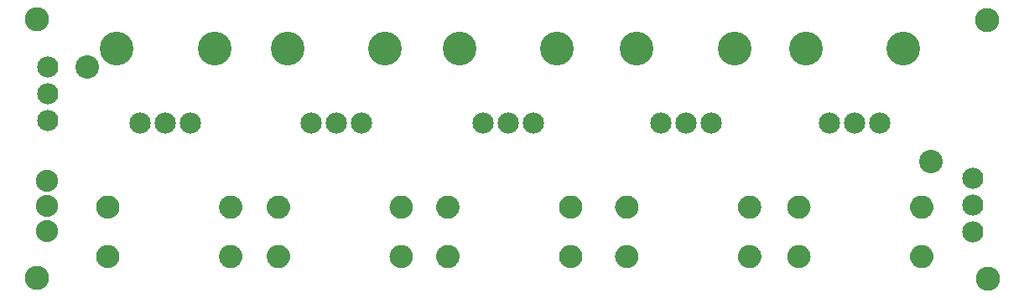
<source format=gts>
G04 MADE WITH FRITZING*
G04 WWW.FRITZING.ORG*
G04 DOUBLE SIDED*
G04 HOLES PLATED*
G04 CONTOUR ON CENTER OF CONTOUR VECTOR*
%ASAXBY*%
%FSLAX23Y23*%
%MOIN*%
%OFA0B0*%
%SFA1.0B1.0*%
%ADD10C,0.084000*%
%ADD11C,0.096614*%
%ADD12C,0.084667*%
%ADD13C,0.084695*%
%ADD14C,0.134033*%
%ADD15C,0.093307*%
%ADD16C,0.088000*%
%ADD17R,0.001000X0.001000*%
%LNMASK1*%
G90*
G70*
G54D10*
X123Y916D03*
X123Y809D03*
X123Y702D03*
X123Y916D03*
X123Y809D03*
X123Y702D03*
X3798Y259D03*
X3798Y366D03*
X3798Y473D03*
X3798Y259D03*
X3798Y366D03*
X3798Y473D03*
G54D11*
X78Y75D03*
X3856Y1104D03*
X80Y1106D03*
X3858Y73D03*
G54D12*
X3230Y694D03*
X3330Y694D03*
G54D13*
X3430Y694D03*
G54D14*
X3136Y989D03*
X3524Y989D03*
G54D12*
X2558Y694D03*
X2658Y694D03*
G54D13*
X2758Y694D03*
G54D14*
X2464Y989D03*
X2852Y989D03*
G54D12*
X1852Y694D03*
X1952Y694D03*
G54D13*
X2052Y694D03*
G54D14*
X1758Y989D03*
X2146Y989D03*
G54D12*
X1169Y694D03*
X1269Y694D03*
G54D13*
X1369Y694D03*
G54D14*
X1075Y989D03*
X1463Y989D03*
G54D12*
X491Y694D03*
X591Y694D03*
G54D13*
X691Y694D03*
G54D14*
X397Y989D03*
X785Y989D03*
G54D15*
X3633Y541D03*
X279Y917D03*
G54D16*
X118Y463D03*
X118Y363D03*
X118Y263D03*
G54D17*
X355Y404D02*
X367Y404D01*
X843Y404D02*
X855Y404D01*
X1033Y404D02*
X1045Y404D01*
X1521Y404D02*
X1533Y404D01*
X1707Y404D02*
X1719Y404D01*
X2195Y404D02*
X2207Y404D01*
X2418Y404D02*
X2430Y404D01*
X2906Y404D02*
X2918Y404D01*
X3102Y404D02*
X3114Y404D01*
X3590Y404D02*
X3602Y404D01*
X350Y403D02*
X372Y403D01*
X838Y403D02*
X860Y403D01*
X1028Y403D02*
X1050Y403D01*
X1516Y403D02*
X1538Y403D01*
X1702Y403D02*
X1724Y403D01*
X2190Y403D02*
X2212Y403D01*
X2413Y403D02*
X2435Y403D01*
X2901Y403D02*
X2923Y403D01*
X3097Y403D02*
X3119Y403D01*
X3585Y403D02*
X3607Y403D01*
X346Y402D02*
X376Y402D01*
X835Y402D02*
X864Y402D01*
X1024Y402D02*
X1054Y402D01*
X1513Y402D02*
X1542Y402D01*
X1698Y402D02*
X1727Y402D01*
X2186Y402D02*
X2216Y402D01*
X2409Y402D02*
X2439Y402D01*
X2898Y402D02*
X2927Y402D01*
X3093Y402D02*
X3122Y402D01*
X3581Y402D02*
X3611Y402D01*
X344Y401D02*
X378Y401D01*
X832Y401D02*
X867Y401D01*
X1022Y401D02*
X1056Y401D01*
X1510Y401D02*
X1545Y401D01*
X1695Y401D02*
X1730Y401D01*
X2184Y401D02*
X2218Y401D01*
X2407Y401D02*
X2441Y401D01*
X2895Y401D02*
X2930Y401D01*
X3090Y401D02*
X3125Y401D01*
X3579Y401D02*
X3613Y401D01*
X342Y400D02*
X381Y400D01*
X830Y400D02*
X869Y400D01*
X1020Y400D02*
X1059Y400D01*
X1508Y400D02*
X1547Y400D01*
X1693Y400D02*
X1732Y400D01*
X2181Y400D02*
X2220Y400D01*
X2405Y400D02*
X2444Y400D01*
X2893Y400D02*
X2932Y400D01*
X3088Y400D02*
X3127Y400D01*
X3577Y400D02*
X3615Y400D01*
X340Y399D02*
X383Y399D01*
X828Y399D02*
X871Y399D01*
X1018Y399D02*
X1061Y399D01*
X1506Y399D02*
X1549Y399D01*
X1691Y399D02*
X1734Y399D01*
X2179Y399D02*
X2222Y399D01*
X2403Y399D02*
X2446Y399D01*
X2891Y399D02*
X2934Y399D01*
X3086Y399D02*
X3129Y399D01*
X3575Y399D02*
X3617Y399D01*
X338Y398D02*
X384Y398D01*
X826Y398D02*
X872Y398D01*
X1016Y398D02*
X1062Y398D01*
X1504Y398D02*
X1550Y398D01*
X1690Y398D02*
X1736Y398D01*
X2178Y398D02*
X2224Y398D01*
X2401Y398D02*
X2447Y398D01*
X2889Y398D02*
X2935Y398D01*
X3085Y398D02*
X3131Y398D01*
X3573Y398D02*
X3619Y398D01*
X336Y397D02*
X386Y397D01*
X825Y397D02*
X874Y397D01*
X1014Y397D02*
X1064Y397D01*
X1503Y397D02*
X1552Y397D01*
X1688Y397D02*
X1738Y397D01*
X2176Y397D02*
X2226Y397D01*
X2399Y397D02*
X2449Y397D01*
X2888Y397D02*
X2937Y397D01*
X3083Y397D02*
X3133Y397D01*
X3571Y397D02*
X3621Y397D01*
X335Y396D02*
X387Y396D01*
X823Y396D02*
X875Y396D01*
X1013Y396D02*
X1065Y396D01*
X1501Y396D02*
X1553Y396D01*
X1687Y396D02*
X1739Y396D01*
X2175Y396D02*
X2227Y396D01*
X2398Y396D02*
X2450Y396D01*
X2886Y396D02*
X2938Y396D01*
X3082Y396D02*
X3134Y396D01*
X3570Y396D02*
X3622Y396D01*
X334Y395D02*
X389Y395D01*
X822Y395D02*
X877Y395D01*
X1012Y395D02*
X1067Y395D01*
X1500Y395D02*
X1555Y395D01*
X1685Y395D02*
X1740Y395D01*
X2173Y395D02*
X2229Y395D01*
X2396Y395D02*
X2452Y395D01*
X2885Y395D02*
X2940Y395D01*
X3080Y395D02*
X3135Y395D01*
X3568Y395D02*
X3624Y395D01*
X332Y394D02*
X390Y394D01*
X820Y394D02*
X878Y394D01*
X1010Y394D02*
X1068Y394D01*
X1498Y394D02*
X1556Y394D01*
X1684Y394D02*
X1742Y394D01*
X2172Y394D02*
X2230Y394D01*
X2395Y394D02*
X2453Y394D01*
X2883Y394D02*
X2941Y394D01*
X3079Y394D02*
X3137Y394D01*
X3567Y394D02*
X3625Y394D01*
X331Y393D02*
X391Y393D01*
X819Y393D02*
X879Y393D01*
X1009Y393D02*
X1069Y393D01*
X1497Y393D02*
X1557Y393D01*
X1683Y393D02*
X1743Y393D01*
X2171Y393D02*
X2231Y393D01*
X2394Y393D02*
X2454Y393D01*
X2882Y393D02*
X2942Y393D01*
X3078Y393D02*
X3138Y393D01*
X3566Y393D02*
X3626Y393D01*
X330Y392D02*
X392Y392D01*
X818Y392D02*
X880Y392D01*
X1008Y392D02*
X1070Y392D01*
X1496Y392D02*
X1558Y392D01*
X1682Y392D02*
X1744Y392D01*
X2170Y392D02*
X2232Y392D01*
X2393Y392D02*
X2455Y392D01*
X2881Y392D02*
X2943Y392D01*
X3077Y392D02*
X3139Y392D01*
X3565Y392D02*
X3627Y392D01*
X329Y391D02*
X393Y391D01*
X817Y391D02*
X882Y391D01*
X1007Y391D02*
X1071Y391D01*
X1495Y391D02*
X1560Y391D01*
X1680Y391D02*
X1745Y391D01*
X2169Y391D02*
X2233Y391D01*
X2392Y391D02*
X2456Y391D01*
X2880Y391D02*
X2945Y391D01*
X3076Y391D02*
X3140Y391D01*
X3564Y391D02*
X3628Y391D01*
X328Y390D02*
X394Y390D01*
X816Y390D02*
X882Y390D01*
X1006Y390D02*
X1072Y390D01*
X1494Y390D02*
X1560Y390D01*
X1680Y390D02*
X1746Y390D01*
X2168Y390D02*
X2234Y390D01*
X2391Y390D02*
X2457Y390D01*
X2879Y390D02*
X2945Y390D01*
X3075Y390D02*
X3141Y390D01*
X3563Y390D02*
X3629Y390D01*
X327Y389D02*
X395Y389D01*
X815Y389D02*
X883Y389D01*
X1005Y389D02*
X1073Y389D01*
X1493Y389D02*
X1561Y389D01*
X1679Y389D02*
X1747Y389D01*
X2167Y389D02*
X2235Y389D01*
X2390Y389D02*
X2458Y389D01*
X2878Y389D02*
X2946Y389D01*
X3074Y389D02*
X3142Y389D01*
X3562Y389D02*
X3630Y389D01*
X326Y388D02*
X396Y388D01*
X814Y388D02*
X884Y388D01*
X1004Y388D02*
X1074Y388D01*
X1492Y388D02*
X1562Y388D01*
X1678Y388D02*
X1748Y388D01*
X2166Y388D02*
X2236Y388D01*
X2389Y388D02*
X2459Y388D01*
X2877Y388D02*
X2947Y388D01*
X3073Y388D02*
X3143Y388D01*
X3561Y388D02*
X3631Y388D01*
X325Y387D02*
X397Y387D01*
X814Y387D02*
X885Y387D01*
X1003Y387D02*
X1075Y387D01*
X1492Y387D02*
X1563Y387D01*
X1677Y387D02*
X1749Y387D01*
X2165Y387D02*
X2237Y387D01*
X2388Y387D02*
X2460Y387D01*
X2877Y387D02*
X2948Y387D01*
X3072Y387D02*
X3144Y387D01*
X3560Y387D02*
X3632Y387D01*
X325Y386D02*
X398Y386D01*
X813Y386D02*
X886Y386D01*
X1003Y386D02*
X1076Y386D01*
X1491Y386D02*
X1564Y386D01*
X1676Y386D02*
X1749Y386D01*
X2164Y386D02*
X2237Y386D01*
X2388Y386D02*
X2461Y386D01*
X2876Y386D02*
X2949Y386D01*
X3071Y386D02*
X3144Y386D01*
X3560Y386D02*
X3632Y386D01*
X324Y385D02*
X398Y385D01*
X812Y385D02*
X887Y385D01*
X1002Y385D02*
X1076Y385D01*
X1490Y385D02*
X1564Y385D01*
X1676Y385D02*
X1750Y385D01*
X2164Y385D02*
X2238Y385D01*
X2387Y385D02*
X2461Y385D01*
X2875Y385D02*
X2949Y385D01*
X3071Y385D02*
X3145Y385D01*
X3559Y385D02*
X3633Y385D01*
X323Y384D02*
X399Y384D01*
X811Y384D02*
X887Y384D01*
X1001Y384D02*
X1077Y384D01*
X1489Y384D02*
X1565Y384D01*
X1675Y384D02*
X1751Y384D01*
X2163Y384D02*
X2239Y384D01*
X2386Y384D02*
X2462Y384D01*
X2874Y384D02*
X2950Y384D01*
X3070Y384D02*
X3146Y384D01*
X3558Y384D02*
X3634Y384D01*
X323Y383D02*
X400Y383D01*
X811Y383D02*
X888Y383D01*
X1001Y383D02*
X1078Y383D01*
X1489Y383D02*
X1566Y383D01*
X1674Y383D02*
X1751Y383D01*
X2162Y383D02*
X2240Y383D01*
X2386Y383D02*
X2463Y383D01*
X2874Y383D02*
X2951Y383D01*
X3069Y383D02*
X3146Y383D01*
X3557Y383D02*
X3635Y383D01*
X322Y382D02*
X400Y382D01*
X810Y382D02*
X888Y382D01*
X1000Y382D02*
X1078Y382D01*
X1488Y382D02*
X1566Y382D01*
X1674Y382D02*
X1752Y382D01*
X2162Y382D02*
X2240Y382D01*
X2385Y382D02*
X2463Y382D01*
X2873Y382D02*
X2951Y382D01*
X3069Y382D02*
X3147Y382D01*
X3557Y382D02*
X3635Y382D01*
X321Y381D02*
X401Y381D01*
X809Y381D02*
X889Y381D01*
X999Y381D02*
X1079Y381D01*
X1487Y381D02*
X1567Y381D01*
X1673Y381D02*
X1753Y381D01*
X2161Y381D02*
X2241Y381D01*
X2384Y381D02*
X2464Y381D01*
X2872Y381D02*
X2952Y381D01*
X3068Y381D02*
X3148Y381D01*
X3556Y381D02*
X3636Y381D01*
X321Y380D02*
X401Y380D01*
X809Y380D02*
X890Y380D01*
X999Y380D02*
X1079Y380D01*
X1487Y380D02*
X1568Y380D01*
X1672Y380D02*
X1753Y380D01*
X2161Y380D02*
X2241Y380D01*
X2384Y380D02*
X2464Y380D01*
X2872Y380D02*
X2953Y380D01*
X3067Y380D02*
X3148Y380D01*
X3556Y380D02*
X3636Y380D01*
X320Y379D02*
X402Y379D01*
X808Y379D02*
X890Y379D01*
X998Y379D02*
X1080Y379D01*
X1486Y379D02*
X1568Y379D01*
X1672Y379D02*
X1754Y379D01*
X2160Y379D02*
X2242Y379D01*
X2383Y379D02*
X2465Y379D01*
X2871Y379D02*
X2953Y379D01*
X3067Y379D02*
X3149Y379D01*
X3555Y379D02*
X3637Y379D01*
X320Y378D02*
X402Y378D01*
X808Y378D02*
X891Y378D01*
X998Y378D02*
X1080Y378D01*
X1486Y378D02*
X1569Y378D01*
X1671Y378D02*
X1754Y378D01*
X2160Y378D02*
X2242Y378D01*
X2383Y378D02*
X2465Y378D01*
X2871Y378D02*
X2954Y378D01*
X3066Y378D02*
X3149Y378D01*
X3555Y378D02*
X3637Y378D01*
X319Y377D02*
X403Y377D01*
X807Y377D02*
X891Y377D01*
X997Y377D02*
X1081Y377D01*
X1485Y377D02*
X1569Y377D01*
X1671Y377D02*
X1755Y377D01*
X2159Y377D02*
X2243Y377D01*
X2382Y377D02*
X2466Y377D01*
X2870Y377D02*
X2954Y377D01*
X3066Y377D02*
X3150Y377D01*
X3554Y377D02*
X3638Y377D01*
X319Y376D02*
X403Y376D01*
X807Y376D02*
X892Y376D01*
X997Y376D02*
X1081Y376D01*
X1485Y376D02*
X1570Y376D01*
X1670Y376D02*
X1755Y376D01*
X2159Y376D02*
X2243Y376D01*
X2382Y376D02*
X2466Y376D01*
X2870Y376D02*
X2955Y376D01*
X3066Y376D02*
X3150Y376D01*
X3554Y376D02*
X3638Y376D01*
X318Y375D02*
X404Y375D01*
X807Y375D02*
X892Y375D01*
X996Y375D02*
X1082Y375D01*
X1485Y375D02*
X1570Y375D01*
X1670Y375D02*
X1755Y375D01*
X2158Y375D02*
X2244Y375D01*
X2381Y375D02*
X2467Y375D01*
X2870Y375D02*
X2955Y375D01*
X3065Y375D02*
X3150Y375D01*
X3553Y375D02*
X3639Y375D01*
X318Y374D02*
X404Y374D01*
X806Y374D02*
X892Y374D01*
X996Y374D02*
X1082Y374D01*
X1484Y374D02*
X1570Y374D01*
X1670Y374D02*
X1756Y374D01*
X2158Y374D02*
X2244Y374D01*
X2381Y374D02*
X2467Y374D01*
X2869Y374D02*
X2955Y374D01*
X3065Y374D02*
X3151Y374D01*
X3553Y374D02*
X3639Y374D01*
X318Y373D02*
X404Y373D01*
X806Y373D02*
X893Y373D01*
X996Y373D02*
X1082Y373D01*
X1484Y373D02*
X1571Y373D01*
X1669Y373D02*
X1756Y373D01*
X2158Y373D02*
X2244Y373D01*
X2381Y373D02*
X2467Y373D01*
X2869Y373D02*
X2956Y373D01*
X3064Y373D02*
X3151Y373D01*
X3553Y373D02*
X3639Y373D01*
X317Y372D02*
X405Y372D01*
X806Y372D02*
X893Y372D01*
X995Y372D02*
X1083Y372D01*
X1484Y372D02*
X1571Y372D01*
X1669Y372D02*
X1756Y372D01*
X2157Y372D02*
X2245Y372D01*
X2380Y372D02*
X2468Y372D01*
X2869Y372D02*
X2956Y372D01*
X3064Y372D02*
X3152Y372D01*
X3552Y372D02*
X3640Y372D01*
X317Y371D02*
X405Y371D01*
X805Y371D02*
X893Y371D01*
X995Y371D02*
X1083Y371D01*
X1483Y371D02*
X1571Y371D01*
X1669Y371D02*
X1757Y371D01*
X2157Y371D02*
X2245Y371D01*
X2380Y371D02*
X2468Y371D01*
X2868Y371D02*
X2956Y371D01*
X3064Y371D02*
X3152Y371D01*
X3552Y371D02*
X3640Y371D01*
X317Y370D02*
X405Y370D01*
X805Y370D02*
X893Y370D01*
X995Y370D02*
X1083Y370D01*
X1483Y370D02*
X1571Y370D01*
X1669Y370D02*
X1757Y370D01*
X2157Y370D02*
X2245Y370D01*
X2380Y370D02*
X2468Y370D01*
X2868Y370D02*
X2956Y370D01*
X3064Y370D02*
X3152Y370D01*
X3552Y370D02*
X3640Y370D01*
X317Y369D02*
X406Y369D01*
X805Y369D02*
X894Y369D01*
X995Y369D02*
X1084Y369D01*
X1483Y369D02*
X1572Y369D01*
X1668Y369D02*
X1757Y369D01*
X2156Y369D02*
X2245Y369D01*
X2380Y369D02*
X2469Y369D01*
X2868Y369D02*
X2957Y369D01*
X3063Y369D02*
X3152Y369D01*
X3552Y369D02*
X3640Y369D01*
X316Y368D02*
X406Y368D01*
X805Y368D02*
X894Y368D01*
X994Y368D02*
X1084Y368D01*
X1483Y368D02*
X1572Y368D01*
X1668Y368D02*
X1757Y368D01*
X2156Y368D02*
X2246Y368D01*
X2379Y368D02*
X2469Y368D01*
X2868Y368D02*
X2957Y368D01*
X3063Y368D02*
X3153Y368D01*
X3551Y368D02*
X3641Y368D01*
X316Y367D02*
X406Y367D01*
X804Y367D02*
X894Y367D01*
X994Y367D02*
X1084Y367D01*
X1482Y367D02*
X1572Y367D01*
X1668Y367D02*
X1758Y367D01*
X2156Y367D02*
X2246Y367D01*
X2379Y367D02*
X2469Y367D01*
X2867Y367D02*
X2957Y367D01*
X3063Y367D02*
X3153Y367D01*
X3551Y367D02*
X3641Y367D01*
X316Y366D02*
X406Y366D01*
X804Y366D02*
X894Y366D01*
X994Y366D02*
X1084Y366D01*
X1482Y366D02*
X1572Y366D01*
X1668Y366D02*
X1758Y366D01*
X2156Y366D02*
X2246Y366D01*
X2379Y366D02*
X2469Y366D01*
X2867Y366D02*
X2957Y366D01*
X3063Y366D02*
X3153Y366D01*
X3551Y366D02*
X3641Y366D01*
X316Y365D02*
X406Y365D01*
X804Y365D02*
X895Y365D01*
X994Y365D02*
X1084Y365D01*
X1482Y365D02*
X1572Y365D01*
X1668Y365D02*
X1758Y365D01*
X2156Y365D02*
X2246Y365D01*
X2379Y365D02*
X2469Y365D01*
X2867Y365D02*
X2957Y365D01*
X3063Y365D02*
X3153Y365D01*
X3551Y365D02*
X3641Y365D01*
X316Y364D02*
X406Y364D01*
X804Y364D02*
X895Y364D01*
X994Y364D02*
X1084Y364D01*
X1482Y364D02*
X1573Y364D01*
X1667Y364D02*
X1758Y364D01*
X2156Y364D02*
X2246Y364D01*
X2379Y364D02*
X2469Y364D01*
X2867Y364D02*
X2958Y364D01*
X3062Y364D02*
X3153Y364D01*
X3551Y364D02*
X3641Y364D01*
X316Y363D02*
X407Y363D01*
X804Y363D02*
X895Y363D01*
X994Y363D02*
X1085Y363D01*
X1482Y363D02*
X1573Y363D01*
X1667Y363D02*
X1758Y363D01*
X2155Y363D02*
X2247Y363D01*
X2379Y363D02*
X2470Y363D01*
X2867Y363D02*
X2958Y363D01*
X3062Y363D02*
X3153Y363D01*
X3550Y363D02*
X3642Y363D01*
X315Y362D02*
X407Y362D01*
X804Y362D02*
X895Y362D01*
X993Y362D02*
X1085Y362D01*
X1482Y362D02*
X1573Y362D01*
X1667Y362D02*
X1758Y362D01*
X2155Y362D02*
X2247Y362D01*
X2378Y362D02*
X2470Y362D01*
X2867Y362D02*
X2958Y362D01*
X3062Y362D02*
X3153Y362D01*
X3550Y362D02*
X3642Y362D01*
X315Y361D02*
X407Y361D01*
X804Y361D02*
X895Y361D01*
X993Y361D02*
X1085Y361D01*
X1482Y361D02*
X1573Y361D01*
X1667Y361D02*
X1758Y361D01*
X2155Y361D02*
X2247Y361D01*
X2378Y361D02*
X2470Y361D01*
X2867Y361D02*
X2958Y361D01*
X3062Y361D02*
X3153Y361D01*
X3550Y361D02*
X3642Y361D01*
X315Y360D02*
X407Y360D01*
X804Y360D02*
X895Y360D01*
X993Y360D02*
X1085Y360D01*
X1482Y360D02*
X1573Y360D01*
X1667Y360D02*
X1759Y360D01*
X2155Y360D02*
X2247Y360D01*
X2378Y360D02*
X2470Y360D01*
X2867Y360D02*
X2958Y360D01*
X3062Y360D02*
X3154Y360D01*
X3550Y360D02*
X3642Y360D01*
X315Y359D02*
X407Y359D01*
X803Y359D02*
X895Y359D01*
X993Y359D02*
X1085Y359D01*
X1481Y359D02*
X1573Y359D01*
X1667Y359D02*
X1759Y359D01*
X2155Y359D02*
X2247Y359D01*
X2378Y359D02*
X2470Y359D01*
X2866Y359D02*
X2958Y359D01*
X3062Y359D02*
X3154Y359D01*
X3550Y359D02*
X3642Y359D01*
X315Y358D02*
X407Y358D01*
X803Y358D02*
X895Y358D01*
X993Y358D02*
X1085Y358D01*
X1481Y358D02*
X1573Y358D01*
X1667Y358D02*
X1759Y358D01*
X2155Y358D02*
X2247Y358D01*
X2378Y358D02*
X2470Y358D01*
X2866Y358D02*
X2958Y358D01*
X3062Y358D02*
X3154Y358D01*
X3550Y358D02*
X3642Y358D01*
X315Y357D02*
X407Y357D01*
X804Y357D02*
X895Y357D01*
X993Y357D02*
X1085Y357D01*
X1481Y357D02*
X1573Y357D01*
X1667Y357D02*
X1759Y357D01*
X2155Y357D02*
X2247Y357D01*
X2378Y357D02*
X2470Y357D01*
X2866Y357D02*
X2958Y357D01*
X3062Y357D02*
X3154Y357D01*
X3550Y357D02*
X3642Y357D01*
X315Y356D02*
X407Y356D01*
X804Y356D02*
X895Y356D01*
X993Y356D02*
X1085Y356D01*
X1482Y356D02*
X1573Y356D01*
X1667Y356D02*
X1758Y356D01*
X2155Y356D02*
X2247Y356D01*
X2378Y356D02*
X2470Y356D01*
X2867Y356D02*
X2958Y356D01*
X3062Y356D02*
X3154Y356D01*
X3550Y356D02*
X3642Y356D01*
X315Y355D02*
X407Y355D01*
X804Y355D02*
X895Y355D01*
X993Y355D02*
X1085Y355D01*
X1482Y355D02*
X1573Y355D01*
X1667Y355D02*
X1758Y355D01*
X2155Y355D02*
X2247Y355D01*
X2378Y355D02*
X2470Y355D01*
X2867Y355D02*
X2958Y355D01*
X3062Y355D02*
X3153Y355D01*
X3550Y355D02*
X3642Y355D01*
X316Y354D02*
X407Y354D01*
X804Y354D02*
X895Y354D01*
X993Y354D02*
X1085Y354D01*
X1482Y354D02*
X1573Y354D01*
X1667Y354D02*
X1758Y354D01*
X2155Y354D02*
X2247Y354D01*
X2378Y354D02*
X2470Y354D01*
X2867Y354D02*
X2958Y354D01*
X3062Y354D02*
X3153Y354D01*
X3550Y354D02*
X3642Y354D01*
X316Y353D02*
X407Y353D01*
X804Y353D02*
X895Y353D01*
X994Y353D02*
X1085Y353D01*
X1482Y353D02*
X1573Y353D01*
X1667Y353D02*
X1758Y353D01*
X2155Y353D02*
X2246Y353D01*
X2379Y353D02*
X2470Y353D01*
X2867Y353D02*
X2958Y353D01*
X3062Y353D02*
X3153Y353D01*
X3551Y353D02*
X3641Y353D01*
X316Y352D02*
X406Y352D01*
X804Y352D02*
X895Y352D01*
X994Y352D02*
X1084Y352D01*
X1482Y352D02*
X1573Y352D01*
X1667Y352D02*
X1758Y352D01*
X2156Y352D02*
X2246Y352D01*
X2379Y352D02*
X2469Y352D01*
X2867Y352D02*
X2958Y352D01*
X3063Y352D02*
X3153Y352D01*
X3551Y352D02*
X3641Y352D01*
X316Y351D02*
X406Y351D01*
X804Y351D02*
X894Y351D01*
X994Y351D02*
X1084Y351D01*
X1482Y351D02*
X1572Y351D01*
X1668Y351D02*
X1758Y351D01*
X2156Y351D02*
X2246Y351D01*
X2379Y351D02*
X2469Y351D01*
X2867Y351D02*
X2957Y351D01*
X3063Y351D02*
X3153Y351D01*
X3551Y351D02*
X3641Y351D01*
X316Y350D02*
X406Y350D01*
X804Y350D02*
X894Y350D01*
X994Y350D02*
X1084Y350D01*
X1482Y350D02*
X1572Y350D01*
X1668Y350D02*
X1758Y350D01*
X2156Y350D02*
X2246Y350D01*
X2379Y350D02*
X2469Y350D01*
X2867Y350D02*
X2957Y350D01*
X3063Y350D02*
X3153Y350D01*
X3551Y350D02*
X3641Y350D01*
X316Y349D02*
X406Y349D01*
X804Y349D02*
X894Y349D01*
X994Y349D02*
X1084Y349D01*
X1482Y349D02*
X1572Y349D01*
X1668Y349D02*
X1758Y349D01*
X2156Y349D02*
X2246Y349D01*
X2379Y349D02*
X2469Y349D01*
X2867Y349D02*
X2957Y349D01*
X3063Y349D02*
X3153Y349D01*
X3551Y349D02*
X3641Y349D01*
X317Y348D02*
X406Y348D01*
X805Y348D02*
X894Y348D01*
X994Y348D02*
X1084Y348D01*
X1483Y348D02*
X1572Y348D01*
X1668Y348D02*
X1757Y348D01*
X2156Y348D02*
X2246Y348D01*
X2379Y348D02*
X2469Y348D01*
X2868Y348D02*
X2957Y348D01*
X3063Y348D02*
X3152Y348D01*
X3551Y348D02*
X3641Y348D01*
X317Y347D02*
X405Y347D01*
X805Y347D02*
X894Y347D01*
X995Y347D02*
X1083Y347D01*
X1483Y347D02*
X1572Y347D01*
X1668Y347D02*
X1757Y347D01*
X2157Y347D02*
X2245Y347D01*
X2380Y347D02*
X2468Y347D01*
X2868Y347D02*
X2957Y347D01*
X3063Y347D02*
X3152Y347D01*
X3552Y347D02*
X3640Y347D01*
X317Y346D02*
X405Y346D01*
X805Y346D02*
X893Y346D01*
X995Y346D02*
X1083Y346D01*
X1483Y346D02*
X1571Y346D01*
X1669Y346D02*
X1757Y346D01*
X2157Y346D02*
X2245Y346D01*
X2380Y346D02*
X2468Y346D01*
X2868Y346D02*
X2956Y346D01*
X3064Y346D02*
X3152Y346D01*
X3552Y346D02*
X3640Y346D01*
X317Y345D02*
X405Y345D01*
X805Y345D02*
X893Y345D01*
X995Y345D02*
X1083Y345D01*
X1483Y345D02*
X1571Y345D01*
X1669Y345D02*
X1757Y345D01*
X2157Y345D02*
X2245Y345D01*
X2380Y345D02*
X2468Y345D01*
X2868Y345D02*
X2956Y345D01*
X3064Y345D02*
X3152Y345D01*
X3552Y345D02*
X3640Y345D01*
X318Y344D02*
X405Y344D01*
X806Y344D02*
X893Y344D01*
X996Y344D02*
X1083Y344D01*
X1484Y344D02*
X1571Y344D01*
X1669Y344D02*
X1756Y344D01*
X2157Y344D02*
X2245Y344D01*
X2381Y344D02*
X2468Y344D01*
X2869Y344D02*
X2956Y344D01*
X3064Y344D02*
X3151Y344D01*
X3552Y344D02*
X3640Y344D01*
X318Y343D02*
X404Y343D01*
X806Y343D02*
X892Y343D01*
X996Y343D02*
X1082Y343D01*
X1484Y343D02*
X1570Y343D01*
X1670Y343D02*
X1756Y343D01*
X2158Y343D02*
X2244Y343D01*
X2381Y343D02*
X2467Y343D01*
X2869Y343D02*
X2955Y343D01*
X3065Y343D02*
X3151Y343D01*
X3553Y343D02*
X3639Y343D01*
X318Y342D02*
X404Y342D01*
X806Y342D02*
X892Y342D01*
X996Y342D02*
X1082Y342D01*
X1484Y342D02*
X1570Y342D01*
X1670Y342D02*
X1756Y342D01*
X2158Y342D02*
X2244Y342D01*
X2381Y342D02*
X2467Y342D01*
X2869Y342D02*
X2955Y342D01*
X3065Y342D02*
X3151Y342D01*
X3553Y342D02*
X3639Y342D01*
X319Y341D02*
X404Y341D01*
X807Y341D02*
X892Y341D01*
X997Y341D02*
X1082Y341D01*
X1485Y341D02*
X1570Y341D01*
X1670Y341D02*
X1755Y341D01*
X2158Y341D02*
X2243Y341D01*
X2382Y341D02*
X2467Y341D01*
X2870Y341D02*
X2955Y341D01*
X3065Y341D02*
X3150Y341D01*
X3554Y341D02*
X3638Y341D01*
X319Y340D02*
X403Y340D01*
X807Y340D02*
X891Y340D01*
X997Y340D02*
X1081Y340D01*
X1485Y340D02*
X1569Y340D01*
X1671Y340D02*
X1755Y340D01*
X2159Y340D02*
X2243Y340D01*
X2382Y340D02*
X2466Y340D01*
X2870Y340D02*
X2954Y340D01*
X3066Y340D02*
X3150Y340D01*
X3554Y340D02*
X3638Y340D01*
X320Y339D02*
X403Y339D01*
X808Y339D02*
X891Y339D01*
X997Y339D02*
X1081Y339D01*
X1486Y339D02*
X1569Y339D01*
X1671Y339D02*
X1754Y339D01*
X2159Y339D02*
X2243Y339D01*
X2382Y339D02*
X2466Y339D01*
X2871Y339D02*
X2954Y339D01*
X3066Y339D02*
X3149Y339D01*
X3554Y339D02*
X3638Y339D01*
X320Y338D02*
X402Y338D01*
X808Y338D02*
X890Y338D01*
X998Y338D02*
X1080Y338D01*
X1486Y338D02*
X1568Y338D01*
X1672Y338D02*
X1754Y338D01*
X2160Y338D02*
X2242Y338D01*
X2383Y338D02*
X2465Y338D01*
X2871Y338D02*
X2953Y338D01*
X3067Y338D02*
X3149Y338D01*
X3555Y338D02*
X3637Y338D01*
X320Y337D02*
X402Y337D01*
X809Y337D02*
X890Y337D01*
X998Y337D02*
X1080Y337D01*
X1487Y337D02*
X1568Y337D01*
X1672Y337D02*
X1753Y337D01*
X2160Y337D02*
X2242Y337D01*
X2383Y337D02*
X2465Y337D01*
X2872Y337D02*
X2953Y337D01*
X3067Y337D02*
X3148Y337D01*
X3555Y337D02*
X3637Y337D01*
X321Y336D02*
X401Y336D01*
X809Y336D02*
X889Y336D01*
X999Y336D02*
X1079Y336D01*
X1487Y336D02*
X1567Y336D01*
X1673Y336D02*
X1753Y336D01*
X2161Y336D02*
X2241Y336D01*
X2384Y336D02*
X2464Y336D01*
X2872Y336D02*
X2952Y336D01*
X3068Y336D02*
X3148Y336D01*
X3556Y336D02*
X3636Y336D01*
X322Y335D02*
X401Y335D01*
X810Y335D02*
X889Y335D01*
X1000Y335D02*
X1079Y335D01*
X1488Y335D02*
X1567Y335D01*
X1673Y335D02*
X1752Y335D01*
X2161Y335D02*
X2240Y335D01*
X2385Y335D02*
X2464Y335D01*
X2873Y335D02*
X2952Y335D01*
X3068Y335D02*
X3147Y335D01*
X3557Y335D02*
X3635Y335D01*
X322Y334D02*
X400Y334D01*
X810Y334D02*
X888Y334D01*
X1000Y334D02*
X1078Y334D01*
X1488Y334D02*
X1566Y334D01*
X1674Y334D02*
X1752Y334D01*
X2162Y334D02*
X2240Y334D01*
X2385Y334D02*
X2463Y334D01*
X2873Y334D02*
X2951Y334D01*
X3069Y334D02*
X3147Y334D01*
X3557Y334D02*
X3635Y334D01*
X323Y333D02*
X399Y333D01*
X811Y333D02*
X888Y333D01*
X1001Y333D02*
X1077Y333D01*
X1489Y333D02*
X1566Y333D01*
X1675Y333D02*
X1751Y333D01*
X2163Y333D02*
X2239Y333D01*
X2386Y333D02*
X2462Y333D01*
X2874Y333D02*
X2951Y333D01*
X3070Y333D02*
X3146Y333D01*
X3558Y333D02*
X3634Y333D01*
X324Y332D02*
X399Y332D01*
X812Y332D02*
X887Y332D01*
X1001Y332D02*
X1077Y332D01*
X1490Y332D02*
X1565Y332D01*
X1675Y332D02*
X1750Y332D01*
X2163Y332D02*
X2239Y332D01*
X2386Y332D02*
X2462Y332D01*
X2875Y332D02*
X2950Y332D01*
X3070Y332D02*
X3145Y332D01*
X3558Y332D02*
X3634Y332D01*
X324Y331D02*
X398Y331D01*
X812Y331D02*
X886Y331D01*
X1002Y331D02*
X1076Y331D01*
X1490Y331D02*
X1564Y331D01*
X1676Y331D02*
X1750Y331D01*
X2164Y331D02*
X2238Y331D01*
X2387Y331D02*
X2461Y331D01*
X2875Y331D02*
X2949Y331D01*
X3071Y331D02*
X3145Y331D01*
X3559Y331D02*
X3633Y331D01*
X325Y330D02*
X397Y330D01*
X813Y330D02*
X885Y330D01*
X1003Y330D02*
X1075Y330D01*
X1491Y330D02*
X1563Y330D01*
X1677Y330D02*
X1749Y330D01*
X2165Y330D02*
X2237Y330D01*
X2388Y330D02*
X2460Y330D01*
X2876Y330D02*
X2948Y330D01*
X3072Y330D02*
X3144Y330D01*
X3560Y330D02*
X3632Y330D01*
X326Y329D02*
X396Y329D01*
X814Y329D02*
X885Y329D01*
X1004Y329D02*
X1074Y329D01*
X1492Y329D02*
X1563Y329D01*
X1677Y329D02*
X1748Y329D01*
X2166Y329D02*
X2236Y329D01*
X2389Y329D02*
X2459Y329D01*
X2877Y329D02*
X2948Y329D01*
X3072Y329D02*
X3143Y329D01*
X3561Y329D02*
X3631Y329D01*
X327Y328D02*
X396Y328D01*
X815Y328D02*
X884Y328D01*
X1005Y328D02*
X1074Y328D01*
X1493Y328D02*
X1562Y328D01*
X1678Y328D02*
X1747Y328D01*
X2166Y328D02*
X2235Y328D01*
X2390Y328D02*
X2459Y328D01*
X2878Y328D02*
X2947Y328D01*
X3073Y328D02*
X3142Y328D01*
X3561Y328D02*
X3631Y328D01*
X327Y327D02*
X395Y327D01*
X816Y327D02*
X883Y327D01*
X1005Y327D02*
X1073Y327D01*
X1494Y327D02*
X1561Y327D01*
X1679Y327D02*
X1746Y327D01*
X2167Y327D02*
X2235Y327D01*
X2390Y327D02*
X2458Y327D01*
X2879Y327D02*
X2946Y327D01*
X3074Y327D02*
X3141Y327D01*
X3562Y327D02*
X3630Y327D01*
X328Y326D02*
X394Y326D01*
X817Y326D02*
X882Y326D01*
X1006Y326D02*
X1072Y326D01*
X1495Y326D02*
X1560Y326D01*
X1680Y326D02*
X1745Y326D01*
X2168Y326D02*
X2234Y326D01*
X2391Y326D02*
X2457Y326D01*
X2880Y326D02*
X2945Y326D01*
X3075Y326D02*
X3141Y326D01*
X3563Y326D02*
X3629Y326D01*
X329Y325D02*
X393Y325D01*
X818Y325D02*
X881Y325D01*
X1007Y325D02*
X1071Y325D01*
X1496Y325D02*
X1559Y325D01*
X1681Y325D02*
X1744Y325D01*
X2169Y325D02*
X2233Y325D01*
X2392Y325D02*
X2456Y325D01*
X2881Y325D02*
X2944Y325D01*
X3076Y325D02*
X3140Y325D01*
X3564Y325D02*
X3628Y325D01*
X331Y324D02*
X392Y324D01*
X819Y324D02*
X880Y324D01*
X1008Y324D02*
X1070Y324D01*
X1497Y324D02*
X1558Y324D01*
X1682Y324D02*
X1743Y324D01*
X2170Y324D02*
X2232Y324D01*
X2393Y324D02*
X2455Y324D01*
X2882Y324D02*
X2943Y324D01*
X3077Y324D02*
X3138Y324D01*
X3565Y324D02*
X3627Y324D01*
X332Y323D02*
X391Y323D01*
X820Y323D02*
X879Y323D01*
X1010Y323D02*
X1069Y323D01*
X1498Y323D02*
X1557Y323D01*
X1683Y323D02*
X1742Y323D01*
X2171Y323D02*
X2230Y323D01*
X2395Y323D02*
X2454Y323D01*
X2883Y323D02*
X2942Y323D01*
X3078Y323D02*
X3137Y323D01*
X3567Y323D02*
X3625Y323D01*
X333Y322D02*
X389Y322D01*
X821Y322D02*
X877Y322D01*
X1011Y322D02*
X1067Y322D01*
X1499Y322D02*
X1555Y322D01*
X1685Y322D02*
X1741Y322D01*
X2173Y322D02*
X2229Y322D01*
X2396Y322D02*
X2452Y322D01*
X2884Y322D02*
X2940Y322D01*
X3080Y322D02*
X3136Y322D01*
X3568Y322D02*
X3624Y322D01*
X334Y321D02*
X388Y321D01*
X822Y321D02*
X876Y321D01*
X1012Y321D02*
X1066Y321D01*
X1500Y321D02*
X1554Y321D01*
X1686Y321D02*
X1740Y321D01*
X2174Y321D02*
X2228Y321D01*
X2397Y321D02*
X2451Y321D01*
X2885Y321D02*
X2939Y321D01*
X3081Y321D02*
X3135Y321D01*
X3569Y321D02*
X3623Y321D01*
X336Y320D02*
X387Y320D01*
X824Y320D02*
X875Y320D01*
X1014Y320D02*
X1065Y320D01*
X1502Y320D02*
X1553Y320D01*
X1687Y320D02*
X1738Y320D01*
X2175Y320D02*
X2226Y320D01*
X2399Y320D02*
X2450Y320D01*
X2887Y320D02*
X2938Y320D01*
X3082Y320D02*
X3133Y320D01*
X3571Y320D02*
X3622Y320D01*
X337Y319D02*
X385Y319D01*
X825Y319D02*
X873Y319D01*
X1015Y319D02*
X1063Y319D01*
X1503Y319D02*
X1551Y319D01*
X1689Y319D02*
X1737Y319D01*
X2177Y319D02*
X2225Y319D01*
X2400Y319D02*
X2448Y319D01*
X2888Y319D02*
X2936Y319D01*
X3084Y319D02*
X3132Y319D01*
X3572Y319D02*
X3620Y319D01*
X339Y318D02*
X383Y318D01*
X827Y318D02*
X872Y318D01*
X1017Y318D02*
X1061Y318D01*
X1505Y318D02*
X1550Y318D01*
X1690Y318D02*
X1735Y318D01*
X2179Y318D02*
X2223Y318D01*
X2402Y318D02*
X2446Y318D01*
X2890Y318D02*
X2935Y318D01*
X3086Y318D02*
X3130Y318D01*
X3574Y318D02*
X3618Y318D01*
X341Y317D02*
X382Y317D01*
X829Y317D02*
X870Y317D01*
X1019Y317D02*
X1060Y317D01*
X1507Y317D02*
X1548Y317D01*
X1692Y317D02*
X1733Y317D01*
X2181Y317D02*
X2221Y317D01*
X2404Y317D02*
X2445Y317D01*
X2892Y317D02*
X2933Y317D01*
X3087Y317D02*
X3128Y317D01*
X3576Y317D02*
X3616Y317D01*
X343Y316D02*
X379Y316D01*
X831Y316D02*
X868Y316D01*
X1021Y316D02*
X1057Y316D01*
X1509Y316D02*
X1546Y316D01*
X1694Y316D02*
X1731Y316D01*
X2183Y316D02*
X2219Y316D01*
X2406Y316D02*
X2442Y316D01*
X2894Y316D02*
X2931Y316D01*
X3089Y316D02*
X3126Y316D01*
X3578Y316D02*
X3614Y316D01*
X345Y315D02*
X377Y315D01*
X833Y315D02*
X865Y315D01*
X1023Y315D02*
X1055Y315D01*
X1511Y315D02*
X1543Y315D01*
X1697Y315D02*
X1729Y315D01*
X2185Y315D02*
X2217Y315D01*
X2408Y315D02*
X2440Y315D01*
X2896Y315D02*
X2928Y315D01*
X3092Y315D02*
X3124Y315D01*
X3580Y315D02*
X3612Y315D01*
X348Y314D02*
X374Y314D01*
X836Y314D02*
X862Y314D01*
X1026Y314D02*
X1052Y314D01*
X1514Y314D02*
X1540Y314D01*
X1700Y314D02*
X1726Y314D01*
X2188Y314D02*
X2214Y314D01*
X2411Y314D02*
X2437Y314D01*
X2899Y314D02*
X2925Y314D01*
X3095Y314D02*
X3121Y314D01*
X3583Y314D02*
X3609Y314D01*
X352Y313D02*
X370Y313D01*
X840Y313D02*
X858Y313D01*
X1030Y313D02*
X1048Y313D01*
X1518Y313D02*
X1536Y313D01*
X1704Y313D02*
X1722Y313D01*
X2192Y313D02*
X2210Y313D01*
X2415Y313D02*
X2433Y313D01*
X2903Y313D02*
X2921Y313D01*
X3099Y313D02*
X3117Y313D01*
X3587Y313D02*
X3605Y313D01*
X360Y312D02*
X362Y312D01*
X848Y312D02*
X850Y312D01*
X1038Y312D02*
X1040Y312D01*
X1526Y312D02*
X1528Y312D01*
X1712Y312D02*
X1714Y312D01*
X2200Y312D02*
X2202Y312D01*
X2423Y312D02*
X2425Y312D01*
X2911Y312D02*
X2913Y312D01*
X3107Y312D02*
X3109Y312D01*
X3595Y312D02*
X3597Y312D01*
X354Y207D02*
X368Y207D01*
X842Y207D02*
X856Y207D01*
X1032Y207D02*
X1046Y207D01*
X1520Y207D02*
X1534Y207D01*
X1706Y207D02*
X1720Y207D01*
X2194Y207D02*
X2208Y207D01*
X2417Y207D02*
X2431Y207D01*
X2905Y207D02*
X2919Y207D01*
X3101Y207D02*
X3115Y207D01*
X3589Y207D02*
X3603Y207D01*
X349Y206D02*
X373Y206D01*
X838Y206D02*
X861Y206D01*
X1027Y206D02*
X1051Y206D01*
X1515Y206D02*
X1539Y206D01*
X1701Y206D02*
X1725Y206D01*
X2189Y206D02*
X2213Y206D01*
X2412Y206D02*
X2436Y206D01*
X2900Y206D02*
X2924Y206D01*
X3096Y206D02*
X3120Y206D01*
X3584Y206D02*
X3608Y206D01*
X346Y205D02*
X376Y205D01*
X834Y205D02*
X864Y205D01*
X1024Y205D02*
X1054Y205D01*
X1512Y205D02*
X1542Y205D01*
X1698Y205D02*
X1728Y205D01*
X2186Y205D02*
X2216Y205D01*
X2409Y205D02*
X2439Y205D01*
X2897Y205D02*
X2927Y205D01*
X3093Y205D02*
X3123Y205D01*
X3581Y205D02*
X3611Y205D01*
X343Y204D02*
X379Y204D01*
X832Y204D02*
X867Y204D01*
X1021Y204D02*
X1057Y204D01*
X1509Y204D02*
X1545Y204D01*
X1695Y204D02*
X1731Y204D01*
X2183Y204D02*
X2219Y204D01*
X2406Y204D02*
X2442Y204D01*
X2894Y204D02*
X2930Y204D01*
X3090Y204D02*
X3126Y204D01*
X3578Y204D02*
X3614Y204D01*
X341Y203D02*
X381Y203D01*
X829Y203D02*
X869Y203D01*
X1019Y203D02*
X1059Y203D01*
X1507Y203D02*
X1547Y203D01*
X1693Y203D02*
X1733Y203D01*
X2181Y203D02*
X2221Y203D01*
X2404Y203D02*
X2444Y203D01*
X2892Y203D02*
X2932Y203D01*
X3088Y203D02*
X3128Y203D01*
X3576Y203D02*
X3616Y203D01*
X339Y202D02*
X383Y202D01*
X828Y202D02*
X871Y202D01*
X1017Y202D02*
X1061Y202D01*
X1506Y202D02*
X1549Y202D01*
X1691Y202D02*
X1735Y202D01*
X2179Y202D02*
X2223Y202D01*
X2402Y202D02*
X2446Y202D01*
X2891Y202D02*
X2934Y202D01*
X3086Y202D02*
X3130Y202D01*
X3574Y202D02*
X3618Y202D01*
X338Y201D02*
X384Y201D01*
X826Y201D02*
X873Y201D01*
X1016Y201D02*
X1062Y201D01*
X1504Y201D02*
X1551Y201D01*
X1689Y201D02*
X1736Y201D01*
X2178Y201D02*
X2224Y201D01*
X2401Y201D02*
X2447Y201D01*
X2889Y201D02*
X2936Y201D01*
X3084Y201D02*
X3131Y201D01*
X3573Y201D02*
X3619Y201D01*
X336Y200D02*
X386Y200D01*
X824Y200D02*
X874Y200D01*
X1014Y200D02*
X1064Y200D01*
X1502Y200D02*
X1552Y200D01*
X1688Y200D02*
X1738Y200D01*
X2176Y200D02*
X2226Y200D01*
X2399Y200D02*
X2449Y200D01*
X2887Y200D02*
X2937Y200D01*
X3083Y200D02*
X3133Y200D01*
X3571Y200D02*
X3621Y200D01*
X335Y199D02*
X388Y199D01*
X823Y199D02*
X876Y199D01*
X1013Y199D02*
X1066Y199D01*
X1501Y199D02*
X1554Y199D01*
X1686Y199D02*
X1739Y199D01*
X2175Y199D02*
X2227Y199D01*
X2398Y199D02*
X2451Y199D01*
X2886Y199D02*
X2939Y199D01*
X3081Y199D02*
X3134Y199D01*
X3570Y199D02*
X3622Y199D01*
X333Y198D02*
X389Y198D01*
X821Y198D02*
X877Y198D01*
X1011Y198D02*
X1067Y198D01*
X1499Y198D02*
X1555Y198D01*
X1685Y198D02*
X1741Y198D01*
X2173Y198D02*
X2229Y198D01*
X2396Y198D02*
X2452Y198D01*
X2884Y198D02*
X2940Y198D01*
X3080Y198D02*
X3136Y198D01*
X3568Y198D02*
X3624Y198D01*
X332Y197D02*
X390Y197D01*
X820Y197D02*
X878Y197D01*
X1010Y197D02*
X1068Y197D01*
X1498Y197D02*
X1556Y197D01*
X1684Y197D02*
X1742Y197D01*
X2172Y197D02*
X2230Y197D01*
X2395Y197D02*
X2453Y197D01*
X2883Y197D02*
X2941Y197D01*
X3079Y197D02*
X3137Y197D01*
X3567Y197D02*
X3625Y197D01*
X331Y196D02*
X391Y196D01*
X819Y196D02*
X880Y196D01*
X1009Y196D02*
X1069Y196D01*
X1497Y196D02*
X1558Y196D01*
X1683Y196D02*
X1743Y196D01*
X2171Y196D02*
X2231Y196D01*
X2394Y196D02*
X2454Y196D01*
X2882Y196D02*
X2943Y196D01*
X3078Y196D02*
X3138Y196D01*
X3566Y196D02*
X3626Y196D01*
X330Y195D02*
X392Y195D01*
X818Y195D02*
X881Y195D01*
X1008Y195D02*
X1070Y195D01*
X1496Y195D02*
X1559Y195D01*
X1681Y195D02*
X1744Y195D01*
X2170Y195D02*
X2232Y195D01*
X2393Y195D02*
X2455Y195D01*
X2881Y195D02*
X2944Y195D01*
X3076Y195D02*
X3139Y195D01*
X3565Y195D02*
X3627Y195D01*
X329Y194D02*
X394Y194D01*
X817Y194D02*
X882Y194D01*
X1007Y194D02*
X1072Y194D01*
X1495Y194D02*
X1560Y194D01*
X1680Y194D02*
X1745Y194D01*
X2169Y194D02*
X2233Y194D01*
X2392Y194D02*
X2457Y194D01*
X2880Y194D02*
X2945Y194D01*
X3075Y194D02*
X3140Y194D01*
X3564Y194D02*
X3628Y194D01*
X328Y193D02*
X394Y193D01*
X816Y193D02*
X883Y193D01*
X1006Y193D02*
X1072Y193D01*
X1494Y193D02*
X1561Y193D01*
X1679Y193D02*
X1746Y193D01*
X2168Y193D02*
X2234Y193D01*
X2391Y193D02*
X2457Y193D01*
X2879Y193D02*
X2946Y193D01*
X3074Y193D02*
X3141Y193D01*
X3563Y193D02*
X3629Y193D01*
X327Y192D02*
X395Y192D01*
X815Y192D02*
X884Y192D01*
X1005Y192D02*
X1073Y192D01*
X1493Y192D02*
X1561Y192D01*
X1679Y192D02*
X1747Y192D01*
X2167Y192D02*
X2235Y192D01*
X2390Y192D02*
X2458Y192D01*
X2878Y192D02*
X2946Y192D01*
X3074Y192D02*
X3142Y192D01*
X3562Y192D02*
X3630Y192D01*
X326Y191D02*
X396Y191D01*
X814Y191D02*
X884Y191D01*
X1004Y191D02*
X1074Y191D01*
X1492Y191D02*
X1562Y191D01*
X1678Y191D02*
X1748Y191D01*
X2166Y191D02*
X2236Y191D01*
X2389Y191D02*
X2459Y191D01*
X2877Y191D02*
X2947Y191D01*
X3073Y191D02*
X3143Y191D01*
X3561Y191D02*
X3631Y191D01*
X325Y190D02*
X397Y190D01*
X813Y190D02*
X885Y190D01*
X1003Y190D02*
X1075Y190D01*
X1491Y190D02*
X1563Y190D01*
X1677Y190D02*
X1749Y190D01*
X2165Y190D02*
X2237Y190D01*
X2388Y190D02*
X2460Y190D01*
X2876Y190D02*
X2948Y190D01*
X3072Y190D02*
X3144Y190D01*
X3560Y190D02*
X3632Y190D01*
X324Y189D02*
X398Y189D01*
X813Y189D02*
X886Y189D01*
X1002Y189D02*
X1076Y189D01*
X1491Y189D02*
X1564Y189D01*
X1676Y189D02*
X1749Y189D01*
X2164Y189D02*
X2238Y189D01*
X2387Y189D02*
X2461Y189D01*
X2876Y189D02*
X2949Y189D01*
X3071Y189D02*
X3144Y189D01*
X3559Y189D02*
X3633Y189D01*
X324Y188D02*
X398Y188D01*
X812Y188D02*
X887Y188D01*
X1002Y188D02*
X1076Y188D01*
X1490Y188D02*
X1565Y188D01*
X1675Y188D02*
X1750Y188D01*
X2164Y188D02*
X2238Y188D01*
X2387Y188D02*
X2461Y188D01*
X2875Y188D02*
X2950Y188D01*
X3070Y188D02*
X3145Y188D01*
X3559Y188D02*
X3633Y188D01*
X323Y187D02*
X399Y187D01*
X811Y187D02*
X887Y187D01*
X1001Y187D02*
X1077Y187D01*
X1489Y187D02*
X1565Y187D01*
X1675Y187D02*
X1751Y187D01*
X2163Y187D02*
X2239Y187D01*
X2386Y187D02*
X2462Y187D01*
X2874Y187D02*
X2950Y187D01*
X3070Y187D02*
X3146Y187D01*
X3558Y187D02*
X3634Y187D01*
X322Y186D02*
X400Y186D01*
X811Y186D02*
X888Y186D01*
X1000Y186D02*
X1078Y186D01*
X1489Y186D02*
X1566Y186D01*
X1674Y186D02*
X1751Y186D01*
X2162Y186D02*
X2240Y186D01*
X2385Y186D02*
X2463Y186D01*
X2874Y186D02*
X2951Y186D01*
X3069Y186D02*
X3146Y186D01*
X3557Y186D02*
X3635Y186D01*
X322Y185D02*
X400Y185D01*
X810Y185D02*
X889Y185D01*
X1000Y185D02*
X1078Y185D01*
X1488Y185D02*
X1567Y185D01*
X1673Y185D02*
X1752Y185D01*
X2162Y185D02*
X2240Y185D01*
X2385Y185D02*
X2463Y185D01*
X2873Y185D02*
X2952Y185D01*
X3069Y185D02*
X3147Y185D01*
X3557Y185D02*
X3635Y185D01*
X321Y184D02*
X401Y184D01*
X809Y184D02*
X889Y184D01*
X999Y184D02*
X1079Y184D01*
X1487Y184D02*
X1567Y184D01*
X1673Y184D02*
X1753Y184D01*
X2161Y184D02*
X2241Y184D01*
X2384Y184D02*
X2464Y184D01*
X2872Y184D02*
X2952Y184D01*
X3068Y184D02*
X3148Y184D01*
X3556Y184D02*
X3636Y184D01*
X321Y183D02*
X402Y183D01*
X809Y183D02*
X890Y183D01*
X999Y183D02*
X1080Y183D01*
X1487Y183D02*
X1568Y183D01*
X1672Y183D02*
X1753Y183D01*
X2160Y183D02*
X2241Y183D01*
X2384Y183D02*
X2465Y183D01*
X2872Y183D02*
X2953Y183D01*
X3067Y183D02*
X3148Y183D01*
X3556Y183D02*
X3636Y183D01*
X320Y182D02*
X402Y182D01*
X808Y182D02*
X890Y182D01*
X998Y182D02*
X1080Y182D01*
X1486Y182D02*
X1568Y182D01*
X1672Y182D02*
X1754Y182D01*
X2160Y182D02*
X2242Y182D01*
X2383Y182D02*
X2465Y182D01*
X2871Y182D02*
X2953Y182D01*
X3067Y182D02*
X3149Y182D01*
X3555Y182D02*
X3637Y182D01*
X320Y181D02*
X403Y181D01*
X808Y181D02*
X891Y181D01*
X998Y181D02*
X1081Y181D01*
X1486Y181D02*
X1569Y181D01*
X1671Y181D02*
X1754Y181D01*
X2160Y181D02*
X2242Y181D01*
X2383Y181D02*
X2466Y181D01*
X2871Y181D02*
X2954Y181D01*
X3066Y181D02*
X3149Y181D01*
X3555Y181D02*
X3637Y181D01*
X319Y180D02*
X403Y180D01*
X807Y180D02*
X891Y180D01*
X997Y180D02*
X1081Y180D01*
X1485Y180D02*
X1569Y180D01*
X1671Y180D02*
X1755Y180D01*
X2159Y180D02*
X2243Y180D01*
X2382Y180D02*
X2466Y180D01*
X2870Y180D02*
X2954Y180D01*
X3066Y180D02*
X3150Y180D01*
X3554Y180D02*
X3638Y180D01*
X319Y179D02*
X403Y179D01*
X807Y179D02*
X892Y179D01*
X997Y179D02*
X1081Y179D01*
X1485Y179D02*
X1570Y179D01*
X1670Y179D02*
X1755Y179D01*
X2159Y179D02*
X2243Y179D01*
X2382Y179D02*
X2466Y179D01*
X2870Y179D02*
X2955Y179D01*
X3065Y179D02*
X3150Y179D01*
X3554Y179D02*
X3638Y179D01*
X318Y178D02*
X404Y178D01*
X807Y178D02*
X892Y178D01*
X996Y178D02*
X1082Y178D01*
X1485Y178D02*
X1570Y178D01*
X1670Y178D02*
X1755Y178D01*
X2158Y178D02*
X2244Y178D01*
X2381Y178D02*
X2467Y178D01*
X2870Y178D02*
X2955Y178D01*
X3065Y178D02*
X3151Y178D01*
X3553Y178D02*
X3639Y178D01*
X318Y177D02*
X404Y177D01*
X806Y177D02*
X892Y177D01*
X996Y177D02*
X1082Y177D01*
X1484Y177D02*
X1570Y177D01*
X1670Y177D02*
X1756Y177D01*
X2158Y177D02*
X2244Y177D01*
X2381Y177D02*
X2467Y177D01*
X2869Y177D02*
X2955Y177D01*
X3065Y177D02*
X3151Y177D01*
X3553Y177D02*
X3639Y177D01*
X318Y176D02*
X405Y176D01*
X806Y176D02*
X893Y176D01*
X996Y176D02*
X1083Y176D01*
X1484Y176D02*
X1571Y176D01*
X1669Y176D02*
X1756Y176D01*
X2158Y176D02*
X2244Y176D01*
X2381Y176D02*
X2468Y176D01*
X2869Y176D02*
X2956Y176D01*
X3064Y176D02*
X3151Y176D01*
X3553Y176D02*
X3639Y176D01*
X317Y175D02*
X405Y175D01*
X806Y175D02*
X893Y175D01*
X995Y175D02*
X1083Y175D01*
X1484Y175D02*
X1571Y175D01*
X1669Y175D02*
X1757Y175D01*
X2157Y175D02*
X2245Y175D01*
X2380Y175D02*
X2468Y175D01*
X2869Y175D02*
X2956Y175D01*
X3064Y175D02*
X3152Y175D01*
X3552Y175D02*
X3640Y175D01*
X317Y174D02*
X405Y174D01*
X805Y174D02*
X893Y174D01*
X995Y174D02*
X1083Y174D01*
X1483Y174D02*
X1571Y174D01*
X1669Y174D02*
X1757Y174D01*
X2157Y174D02*
X2245Y174D01*
X2380Y174D02*
X2468Y174D01*
X2868Y174D02*
X2956Y174D01*
X3064Y174D02*
X3152Y174D01*
X3552Y174D02*
X3640Y174D01*
X317Y173D02*
X405Y173D01*
X805Y173D02*
X894Y173D01*
X995Y173D02*
X1083Y173D01*
X1483Y173D02*
X1572Y173D01*
X1669Y173D02*
X1757Y173D01*
X2157Y173D02*
X2245Y173D01*
X2380Y173D02*
X2468Y173D01*
X2868Y173D02*
X2957Y173D01*
X3064Y173D02*
X3152Y173D01*
X3552Y173D02*
X3640Y173D01*
X317Y172D02*
X406Y172D01*
X805Y172D02*
X894Y172D01*
X995Y172D02*
X1084Y172D01*
X1483Y172D02*
X1572Y172D01*
X1668Y172D02*
X1757Y172D01*
X2156Y172D02*
X2245Y172D01*
X2380Y172D02*
X2469Y172D01*
X2868Y172D02*
X2957Y172D01*
X3063Y172D02*
X3152Y172D01*
X3551Y172D02*
X3641Y172D01*
X316Y171D02*
X406Y171D01*
X805Y171D02*
X894Y171D01*
X994Y171D02*
X1084Y171D01*
X1483Y171D02*
X1572Y171D01*
X1668Y171D02*
X1758Y171D01*
X2156Y171D02*
X2246Y171D01*
X2379Y171D02*
X2469Y171D01*
X2868Y171D02*
X2957Y171D01*
X3063Y171D02*
X3153Y171D01*
X3551Y171D02*
X3641Y171D01*
X316Y170D02*
X406Y170D01*
X804Y170D02*
X894Y170D01*
X994Y170D02*
X1084Y170D01*
X1482Y170D02*
X1572Y170D01*
X1668Y170D02*
X1758Y170D01*
X2156Y170D02*
X2246Y170D01*
X2379Y170D02*
X2469Y170D01*
X2867Y170D02*
X2957Y170D01*
X3063Y170D02*
X3153Y170D01*
X3551Y170D02*
X3641Y170D01*
X316Y169D02*
X406Y169D01*
X804Y169D02*
X894Y169D01*
X994Y169D02*
X1084Y169D01*
X1482Y169D02*
X1572Y169D01*
X1668Y169D02*
X1758Y169D01*
X2156Y169D02*
X2246Y169D01*
X2379Y169D02*
X2469Y169D01*
X2867Y169D02*
X2957Y169D01*
X3063Y169D02*
X3153Y169D01*
X3551Y169D02*
X3641Y169D01*
X316Y168D02*
X406Y168D01*
X804Y168D02*
X895Y168D01*
X994Y168D02*
X1084Y168D01*
X1482Y168D02*
X1573Y168D01*
X1668Y168D02*
X1758Y168D01*
X2156Y168D02*
X2246Y168D01*
X2379Y168D02*
X2469Y168D01*
X2867Y168D02*
X2958Y168D01*
X3063Y168D02*
X3153Y168D01*
X3551Y168D02*
X3641Y168D01*
X316Y167D02*
X407Y167D01*
X804Y167D02*
X895Y167D01*
X994Y167D02*
X1084Y167D01*
X1482Y167D02*
X1573Y167D01*
X1667Y167D02*
X1758Y167D01*
X2156Y167D02*
X2246Y167D01*
X2379Y167D02*
X2469Y167D01*
X2867Y167D02*
X2958Y167D01*
X3062Y167D02*
X3153Y167D01*
X3551Y167D02*
X3641Y167D01*
X316Y166D02*
X407Y166D01*
X804Y166D02*
X895Y166D01*
X994Y166D02*
X1085Y166D01*
X1482Y166D02*
X1573Y166D01*
X1667Y166D02*
X1758Y166D01*
X2155Y166D02*
X2247Y166D01*
X2379Y166D02*
X2470Y166D01*
X2867Y166D02*
X2958Y166D01*
X3062Y166D02*
X3153Y166D01*
X3550Y166D02*
X3642Y166D01*
X315Y165D02*
X407Y165D01*
X804Y165D02*
X895Y165D01*
X993Y165D02*
X1085Y165D01*
X1482Y165D02*
X1573Y165D01*
X1667Y165D02*
X1758Y165D01*
X2155Y165D02*
X2247Y165D01*
X2378Y165D02*
X2470Y165D01*
X2867Y165D02*
X2958Y165D01*
X3062Y165D02*
X3153Y165D01*
X3550Y165D02*
X3642Y165D01*
X315Y164D02*
X407Y164D01*
X804Y164D02*
X895Y164D01*
X993Y164D02*
X1085Y164D01*
X1482Y164D02*
X1573Y164D01*
X1667Y164D02*
X1758Y164D01*
X2155Y164D02*
X2247Y164D01*
X2378Y164D02*
X2470Y164D01*
X2867Y164D02*
X2958Y164D01*
X3062Y164D02*
X3154Y164D01*
X3550Y164D02*
X3642Y164D01*
X315Y163D02*
X407Y163D01*
X804Y163D02*
X895Y163D01*
X993Y163D02*
X1085Y163D01*
X1482Y163D02*
X1573Y163D01*
X1667Y163D02*
X1759Y163D01*
X2155Y163D02*
X2247Y163D01*
X2378Y163D02*
X2470Y163D01*
X2867Y163D02*
X2958Y163D01*
X3062Y163D02*
X3154Y163D01*
X3550Y163D02*
X3642Y163D01*
X315Y162D02*
X407Y162D01*
X803Y162D02*
X895Y162D01*
X993Y162D02*
X1085Y162D01*
X1481Y162D02*
X1573Y162D01*
X1667Y162D02*
X1759Y162D01*
X2155Y162D02*
X2247Y162D01*
X2378Y162D02*
X2470Y162D01*
X2866Y162D02*
X2958Y162D01*
X3062Y162D02*
X3154Y162D01*
X3550Y162D02*
X3642Y162D01*
X315Y161D02*
X407Y161D01*
X803Y161D02*
X895Y161D01*
X993Y161D02*
X1085Y161D01*
X1481Y161D02*
X1573Y161D01*
X1667Y161D02*
X1759Y161D01*
X2155Y161D02*
X2247Y161D01*
X2378Y161D02*
X2470Y161D01*
X2866Y161D02*
X2958Y161D01*
X3062Y161D02*
X3154Y161D01*
X3550Y161D02*
X3642Y161D01*
X315Y160D02*
X407Y160D01*
X804Y160D02*
X895Y160D01*
X993Y160D02*
X1085Y160D01*
X1482Y160D02*
X1573Y160D01*
X1667Y160D02*
X1759Y160D01*
X2155Y160D02*
X2247Y160D01*
X2378Y160D02*
X2470Y160D01*
X2866Y160D02*
X2958Y160D01*
X3062Y160D02*
X3154Y160D01*
X3550Y160D02*
X3642Y160D01*
X315Y159D02*
X407Y159D01*
X804Y159D02*
X895Y159D01*
X993Y159D02*
X1085Y159D01*
X1482Y159D02*
X1573Y159D01*
X1667Y159D02*
X1758Y159D01*
X2155Y159D02*
X2247Y159D01*
X2378Y159D02*
X2470Y159D01*
X2867Y159D02*
X2958Y159D01*
X3062Y159D02*
X3154Y159D01*
X3550Y159D02*
X3642Y159D01*
X315Y158D02*
X407Y158D01*
X804Y158D02*
X895Y158D01*
X993Y158D02*
X1085Y158D01*
X1482Y158D02*
X1573Y158D01*
X1667Y158D02*
X1758Y158D01*
X2155Y158D02*
X2247Y158D01*
X2378Y158D02*
X2470Y158D01*
X2867Y158D02*
X2958Y158D01*
X3062Y158D02*
X3153Y158D01*
X3550Y158D02*
X3642Y158D01*
X316Y157D02*
X407Y157D01*
X804Y157D02*
X895Y157D01*
X994Y157D02*
X1085Y157D01*
X1482Y157D02*
X1573Y157D01*
X1667Y157D02*
X1758Y157D01*
X2155Y157D02*
X2247Y157D01*
X2378Y157D02*
X2470Y157D01*
X2867Y157D02*
X2958Y157D01*
X3062Y157D02*
X3153Y157D01*
X3550Y157D02*
X3642Y157D01*
X316Y156D02*
X407Y156D01*
X804Y156D02*
X895Y156D01*
X994Y156D02*
X1085Y156D01*
X1482Y156D02*
X1573Y156D01*
X1667Y156D02*
X1758Y156D01*
X2156Y156D02*
X2246Y156D01*
X2379Y156D02*
X2470Y156D01*
X2867Y156D02*
X2958Y156D01*
X3062Y156D02*
X3153Y156D01*
X3551Y156D02*
X3641Y156D01*
X316Y155D02*
X406Y155D01*
X804Y155D02*
X895Y155D01*
X994Y155D02*
X1084Y155D01*
X1482Y155D02*
X1573Y155D01*
X1667Y155D02*
X1758Y155D01*
X2156Y155D02*
X2246Y155D01*
X2379Y155D02*
X2469Y155D01*
X2867Y155D02*
X2958Y155D01*
X3063Y155D02*
X3153Y155D01*
X3551Y155D02*
X3641Y155D01*
X316Y154D02*
X406Y154D01*
X804Y154D02*
X894Y154D01*
X994Y154D02*
X1084Y154D01*
X1482Y154D02*
X1572Y154D01*
X1668Y154D02*
X1758Y154D01*
X2156Y154D02*
X2246Y154D01*
X2379Y154D02*
X2469Y154D01*
X2867Y154D02*
X2957Y154D01*
X3063Y154D02*
X3153Y154D01*
X3551Y154D02*
X3641Y154D01*
X316Y153D02*
X406Y153D01*
X804Y153D02*
X894Y153D01*
X994Y153D02*
X1084Y153D01*
X1482Y153D02*
X1572Y153D01*
X1668Y153D02*
X1758Y153D01*
X2156Y153D02*
X2246Y153D01*
X2379Y153D02*
X2469Y153D01*
X2867Y153D02*
X2957Y153D01*
X3063Y153D02*
X3153Y153D01*
X3551Y153D02*
X3641Y153D01*
X316Y152D02*
X406Y152D01*
X804Y152D02*
X894Y152D01*
X994Y152D02*
X1084Y152D01*
X1482Y152D02*
X1572Y152D01*
X1668Y152D02*
X1758Y152D01*
X2156Y152D02*
X2246Y152D01*
X2379Y152D02*
X2469Y152D01*
X2867Y152D02*
X2957Y152D01*
X3063Y152D02*
X3153Y152D01*
X3551Y152D02*
X3641Y152D01*
X317Y151D02*
X406Y151D01*
X805Y151D02*
X894Y151D01*
X995Y151D02*
X1084Y151D01*
X1483Y151D02*
X1572Y151D01*
X1668Y151D02*
X1757Y151D01*
X2156Y151D02*
X2245Y151D01*
X2380Y151D02*
X2469Y151D01*
X2868Y151D02*
X2957Y151D01*
X3063Y151D02*
X3152Y151D01*
X3551Y151D02*
X3641Y151D01*
X317Y150D02*
X405Y150D01*
X805Y150D02*
X894Y150D01*
X995Y150D02*
X1083Y150D01*
X1483Y150D02*
X1572Y150D01*
X1668Y150D02*
X1757Y150D01*
X2157Y150D02*
X2245Y150D01*
X2380Y150D02*
X2468Y150D01*
X2868Y150D02*
X2957Y150D01*
X3064Y150D02*
X3152Y150D01*
X3552Y150D02*
X3640Y150D01*
X317Y149D02*
X405Y149D01*
X805Y149D02*
X893Y149D01*
X995Y149D02*
X1083Y149D01*
X1483Y149D02*
X1571Y149D01*
X1669Y149D02*
X1757Y149D01*
X2157Y149D02*
X2245Y149D01*
X2380Y149D02*
X2468Y149D01*
X2868Y149D02*
X2956Y149D01*
X3064Y149D02*
X3152Y149D01*
X3552Y149D02*
X3640Y149D01*
X317Y148D02*
X405Y148D01*
X805Y148D02*
X893Y148D01*
X995Y148D02*
X1083Y148D01*
X1483Y148D02*
X1571Y148D01*
X1669Y148D02*
X1757Y148D01*
X2157Y148D02*
X2245Y148D01*
X2380Y148D02*
X2468Y148D01*
X2868Y148D02*
X2956Y148D01*
X3064Y148D02*
X3152Y148D01*
X3552Y148D02*
X3640Y148D01*
X318Y147D02*
X405Y147D01*
X806Y147D02*
X893Y147D01*
X996Y147D02*
X1083Y147D01*
X1484Y147D02*
X1571Y147D01*
X1669Y147D02*
X1756Y147D01*
X2157Y147D02*
X2244Y147D01*
X2381Y147D02*
X2468Y147D01*
X2869Y147D02*
X2956Y147D01*
X3064Y147D02*
X3151Y147D01*
X3553Y147D02*
X3639Y147D01*
X318Y146D02*
X404Y146D01*
X806Y146D02*
X892Y146D01*
X996Y146D02*
X1082Y146D01*
X1484Y146D02*
X1570Y146D01*
X1670Y146D02*
X1756Y146D01*
X2158Y146D02*
X2244Y146D01*
X2381Y146D02*
X2467Y146D01*
X2869Y146D02*
X2955Y146D01*
X3065Y146D02*
X3151Y146D01*
X3553Y146D02*
X3639Y146D01*
X318Y145D02*
X404Y145D01*
X807Y145D02*
X892Y145D01*
X996Y145D02*
X1082Y145D01*
X1484Y145D02*
X1570Y145D01*
X1670Y145D02*
X1756Y145D01*
X2158Y145D02*
X2244Y145D01*
X2381Y145D02*
X2467Y145D01*
X2869Y145D02*
X2955Y145D01*
X3065Y145D02*
X3151Y145D01*
X3553Y145D02*
X3639Y145D01*
X319Y144D02*
X403Y144D01*
X807Y144D02*
X892Y144D01*
X997Y144D02*
X1081Y144D01*
X1485Y144D02*
X1570Y144D01*
X1670Y144D02*
X1755Y144D01*
X2159Y144D02*
X2243Y144D01*
X2382Y144D02*
X2466Y144D01*
X2870Y144D02*
X2955Y144D01*
X3065Y144D02*
X3150Y144D01*
X3554Y144D02*
X3638Y144D01*
X319Y143D02*
X403Y143D01*
X807Y143D02*
X891Y143D01*
X997Y143D02*
X1081Y143D01*
X1485Y143D02*
X1569Y143D01*
X1671Y143D02*
X1755Y143D01*
X2159Y143D02*
X2243Y143D01*
X2382Y143D02*
X2466Y143D01*
X2870Y143D02*
X2954Y143D01*
X3066Y143D02*
X3150Y143D01*
X3554Y143D02*
X3638Y143D01*
X320Y142D02*
X403Y142D01*
X808Y142D02*
X891Y142D01*
X998Y142D02*
X1081Y142D01*
X1486Y142D02*
X1569Y142D01*
X1671Y142D02*
X1754Y142D01*
X2159Y142D02*
X2242Y142D01*
X2383Y142D02*
X2466Y142D01*
X2871Y142D02*
X2954Y142D01*
X3066Y142D02*
X3149Y142D01*
X3554Y142D02*
X3638Y142D01*
X320Y141D02*
X402Y141D01*
X808Y141D02*
X890Y141D01*
X998Y141D02*
X1080Y141D01*
X1486Y141D02*
X1568Y141D01*
X1672Y141D02*
X1754Y141D01*
X2160Y141D02*
X2242Y141D01*
X2383Y141D02*
X2465Y141D01*
X2871Y141D02*
X2953Y141D01*
X3067Y141D02*
X3149Y141D01*
X3555Y141D02*
X3637Y141D01*
X321Y140D02*
X402Y140D01*
X809Y140D02*
X890Y140D01*
X999Y140D02*
X1080Y140D01*
X1487Y140D02*
X1568Y140D01*
X1672Y140D02*
X1753Y140D01*
X2160Y140D02*
X2241Y140D01*
X2384Y140D02*
X2465Y140D01*
X2872Y140D02*
X2953Y140D01*
X3067Y140D02*
X3148Y140D01*
X3555Y140D02*
X3637Y140D01*
X321Y139D02*
X401Y139D01*
X809Y139D02*
X889Y139D01*
X999Y139D02*
X1079Y139D01*
X1487Y139D02*
X1567Y139D01*
X1673Y139D02*
X1753Y139D01*
X2161Y139D02*
X2241Y139D01*
X2384Y139D02*
X2464Y139D01*
X2872Y139D02*
X2952Y139D01*
X3068Y139D02*
X3148Y139D01*
X3556Y139D02*
X3636Y139D01*
X322Y138D02*
X400Y138D01*
X810Y138D02*
X889Y138D01*
X1000Y138D02*
X1078Y138D01*
X1488Y138D02*
X1567Y138D01*
X1673Y138D02*
X1752Y138D01*
X2162Y138D02*
X2240Y138D01*
X2385Y138D02*
X2463Y138D01*
X2873Y138D02*
X2952Y138D01*
X3068Y138D02*
X3147Y138D01*
X3557Y138D02*
X3635Y138D01*
X322Y137D02*
X400Y137D01*
X811Y137D02*
X888Y137D01*
X1000Y137D02*
X1078Y137D01*
X1489Y137D02*
X1566Y137D01*
X1674Y137D02*
X1752Y137D01*
X2162Y137D02*
X2240Y137D01*
X2385Y137D02*
X2463Y137D01*
X2874Y137D02*
X2951Y137D01*
X3069Y137D02*
X3147Y137D01*
X3557Y137D02*
X3635Y137D01*
X323Y136D02*
X399Y136D01*
X811Y136D02*
X887Y136D01*
X1001Y136D02*
X1077Y136D01*
X1489Y136D02*
X1565Y136D01*
X1675Y136D02*
X1751Y136D01*
X2163Y136D02*
X2239Y136D01*
X2386Y136D02*
X2462Y136D01*
X2874Y136D02*
X2950Y136D01*
X3070Y136D02*
X3146Y136D01*
X3558Y136D02*
X3634Y136D01*
X324Y135D02*
X399Y135D01*
X812Y135D02*
X887Y135D01*
X1002Y135D02*
X1077Y135D01*
X1490Y135D02*
X1565Y135D01*
X1675Y135D02*
X1750Y135D01*
X2164Y135D02*
X2238Y135D01*
X2387Y135D02*
X2462Y135D01*
X2875Y135D02*
X2950Y135D01*
X3070Y135D02*
X3145Y135D01*
X3559Y135D02*
X3633Y135D01*
X324Y134D02*
X398Y134D01*
X813Y134D02*
X886Y134D01*
X1002Y134D02*
X1076Y134D01*
X1491Y134D02*
X1564Y134D01*
X1676Y134D02*
X1749Y134D01*
X2164Y134D02*
X2238Y134D01*
X2387Y134D02*
X2461Y134D01*
X2876Y134D02*
X2949Y134D01*
X3071Y134D02*
X3145Y134D01*
X3559Y134D02*
X3633Y134D01*
X325Y133D02*
X397Y133D01*
X813Y133D02*
X885Y133D01*
X1003Y133D02*
X1075Y133D01*
X1491Y133D02*
X1563Y133D01*
X1677Y133D02*
X1749Y133D01*
X2165Y133D02*
X2237Y133D01*
X2388Y133D02*
X2460Y133D01*
X2876Y133D02*
X2948Y133D01*
X3072Y133D02*
X3144Y133D01*
X3560Y133D02*
X3632Y133D01*
X326Y132D02*
X396Y132D01*
X814Y132D02*
X885Y132D01*
X1004Y132D02*
X1074Y132D01*
X1492Y132D02*
X1562Y132D01*
X1678Y132D02*
X1748Y132D01*
X2166Y132D02*
X2236Y132D01*
X2389Y132D02*
X2459Y132D01*
X2877Y132D02*
X2947Y132D01*
X3073Y132D02*
X3143Y132D01*
X3561Y132D02*
X3631Y132D01*
X327Y131D02*
X395Y131D01*
X815Y131D02*
X884Y131D01*
X1005Y131D02*
X1073Y131D01*
X1493Y131D02*
X1562Y131D01*
X1678Y131D02*
X1747Y131D01*
X2167Y131D02*
X2235Y131D01*
X2390Y131D02*
X2458Y131D01*
X2878Y131D02*
X2947Y131D01*
X3073Y131D02*
X3142Y131D01*
X3562Y131D02*
X3630Y131D01*
X328Y130D02*
X395Y130D01*
X816Y130D02*
X883Y130D01*
X1006Y130D02*
X1073Y130D01*
X1494Y130D02*
X1561Y130D01*
X1679Y130D02*
X1746Y130D01*
X2167Y130D02*
X2234Y130D01*
X2391Y130D02*
X2458Y130D01*
X2879Y130D02*
X2946Y130D01*
X3074Y130D02*
X3141Y130D01*
X3563Y130D02*
X3629Y130D01*
X329Y129D02*
X394Y129D01*
X817Y129D02*
X882Y129D01*
X1007Y129D02*
X1072Y129D01*
X1495Y129D02*
X1560Y129D01*
X1680Y129D02*
X1745Y129D01*
X2168Y129D02*
X2234Y129D01*
X2392Y129D02*
X2457Y129D01*
X2880Y129D02*
X2945Y129D01*
X3075Y129D02*
X3140Y129D01*
X3563Y129D02*
X3629Y129D01*
X330Y128D02*
X393Y128D01*
X818Y128D02*
X881Y128D01*
X1008Y128D02*
X1071Y128D01*
X1496Y128D02*
X1559Y128D01*
X1681Y128D02*
X1744Y128D01*
X2169Y128D02*
X2232Y128D01*
X2393Y128D02*
X2456Y128D01*
X2881Y128D02*
X2944Y128D01*
X3076Y128D02*
X3139Y128D01*
X3564Y128D02*
X3628Y128D01*
X331Y127D02*
X392Y127D01*
X819Y127D02*
X880Y127D01*
X1009Y127D02*
X1069Y127D01*
X1497Y127D02*
X1558Y127D01*
X1682Y127D02*
X1743Y127D01*
X2171Y127D02*
X2231Y127D01*
X2394Y127D02*
X2454Y127D01*
X2882Y127D02*
X2943Y127D01*
X3077Y127D02*
X3138Y127D01*
X3566Y127D02*
X3626Y127D01*
X332Y126D02*
X390Y126D01*
X820Y126D02*
X879Y126D01*
X1010Y126D02*
X1068Y126D01*
X1498Y126D02*
X1557Y126D01*
X1683Y126D02*
X1742Y126D01*
X2172Y126D02*
X2230Y126D01*
X2395Y126D02*
X2453Y126D01*
X2883Y126D02*
X2942Y126D01*
X3079Y126D02*
X3137Y126D01*
X3567Y126D02*
X3625Y126D01*
X333Y125D02*
X389Y125D01*
X821Y125D02*
X877Y125D01*
X1011Y125D02*
X1067Y125D01*
X1499Y125D02*
X1555Y125D01*
X1685Y125D02*
X1741Y125D01*
X2173Y125D02*
X2229Y125D01*
X2396Y125D02*
X2452Y125D01*
X2884Y125D02*
X2940Y125D01*
X3080Y125D02*
X3136Y125D01*
X3568Y125D02*
X3624Y125D01*
X334Y124D02*
X388Y124D01*
X823Y124D02*
X876Y124D01*
X1012Y124D02*
X1066Y124D01*
X1501Y124D02*
X1554Y124D01*
X1686Y124D02*
X1739Y124D01*
X2174Y124D02*
X2228Y124D01*
X2397Y124D02*
X2451Y124D01*
X2886Y124D02*
X2939Y124D01*
X3081Y124D02*
X3134Y124D01*
X3569Y124D02*
X3623Y124D01*
X336Y123D02*
X386Y123D01*
X824Y123D02*
X875Y123D01*
X1014Y123D02*
X1064Y123D01*
X1502Y123D02*
X1553Y123D01*
X1688Y123D02*
X1738Y123D01*
X2176Y123D02*
X2226Y123D01*
X2399Y123D02*
X2449Y123D01*
X2887Y123D02*
X2938Y123D01*
X3083Y123D02*
X3133Y123D01*
X3571Y123D02*
X3621Y123D01*
X337Y122D02*
X385Y122D01*
X826Y122D02*
X873Y122D01*
X1015Y122D02*
X1063Y122D01*
X1504Y122D02*
X1551Y122D01*
X1689Y122D02*
X1736Y122D01*
X2177Y122D02*
X2225Y122D01*
X2400Y122D02*
X2448Y122D01*
X2889Y122D02*
X2936Y122D01*
X3084Y122D02*
X3131Y122D01*
X3572Y122D02*
X3620Y122D01*
X339Y121D02*
X383Y121D01*
X827Y121D02*
X871Y121D01*
X1017Y121D02*
X1061Y121D01*
X1505Y121D02*
X1549Y121D01*
X1691Y121D02*
X1735Y121D01*
X2179Y121D02*
X2223Y121D01*
X2402Y121D02*
X2446Y121D01*
X2890Y121D02*
X2934Y121D01*
X3086Y121D02*
X3130Y121D01*
X3574Y121D02*
X3618Y121D01*
X341Y120D02*
X381Y120D01*
X829Y120D02*
X869Y120D01*
X1019Y120D02*
X1059Y120D01*
X1507Y120D02*
X1547Y120D01*
X1693Y120D02*
X1733Y120D01*
X2181Y120D02*
X2221Y120D01*
X2404Y120D02*
X2444Y120D01*
X2892Y120D02*
X2932Y120D01*
X3088Y120D02*
X3128Y120D01*
X3576Y120D02*
X3616Y120D01*
X343Y119D02*
X379Y119D01*
X831Y119D02*
X867Y119D01*
X1021Y119D02*
X1057Y119D01*
X1509Y119D02*
X1545Y119D01*
X1695Y119D02*
X1731Y119D01*
X2183Y119D02*
X2219Y119D01*
X2406Y119D02*
X2442Y119D01*
X2894Y119D02*
X2930Y119D01*
X3090Y119D02*
X3126Y119D01*
X3578Y119D02*
X3614Y119D01*
X346Y118D02*
X377Y118D01*
X834Y118D02*
X865Y118D01*
X1024Y118D02*
X1055Y118D01*
X1512Y118D02*
X1543Y118D01*
X1697Y118D02*
X1728Y118D01*
X2185Y118D02*
X2216Y118D01*
X2409Y118D02*
X2440Y118D01*
X2897Y118D02*
X2928Y118D01*
X3092Y118D02*
X3123Y118D01*
X3581Y118D02*
X3611Y118D01*
X349Y117D02*
X373Y117D01*
X837Y117D02*
X862Y117D01*
X1027Y117D02*
X1051Y117D01*
X1515Y117D02*
X1540Y117D01*
X1700Y117D02*
X1725Y117D01*
X2189Y117D02*
X2213Y117D01*
X2412Y117D02*
X2436Y117D01*
X2900Y117D02*
X2925Y117D01*
X3095Y117D02*
X3120Y117D01*
X3584Y117D02*
X3608Y117D01*
X353Y116D02*
X369Y116D01*
X841Y116D02*
X857Y116D01*
X1031Y116D02*
X1047Y116D01*
X1519Y116D02*
X1535Y116D01*
X1705Y116D02*
X1721Y116D01*
X2193Y116D02*
X2209Y116D01*
X2416Y116D02*
X2432Y116D01*
X2904Y116D02*
X2920Y116D01*
X3100Y116D02*
X3116Y116D01*
X3588Y116D02*
X3604Y116D01*
D02*
G04 End of Mask1*
M02*
</source>
